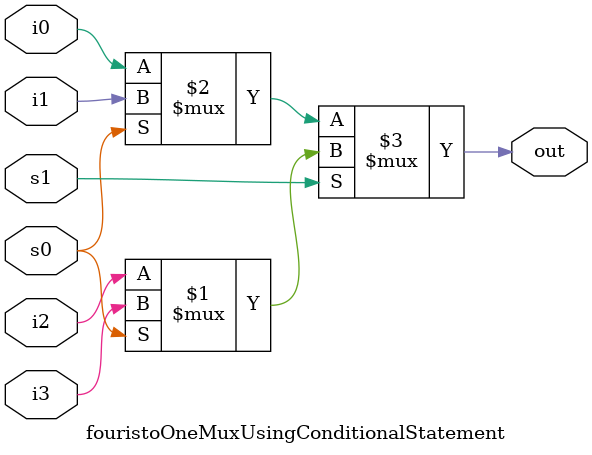
<source format=v>

module fouristoOneMuxUsingConditionalStatement(
input i0, input i1, input i2, input i3, input s0, input s1, output out
);

assign out=s1 ? (s0?i3:i2) : (s0?i1:i0);

endmodule
</source>
